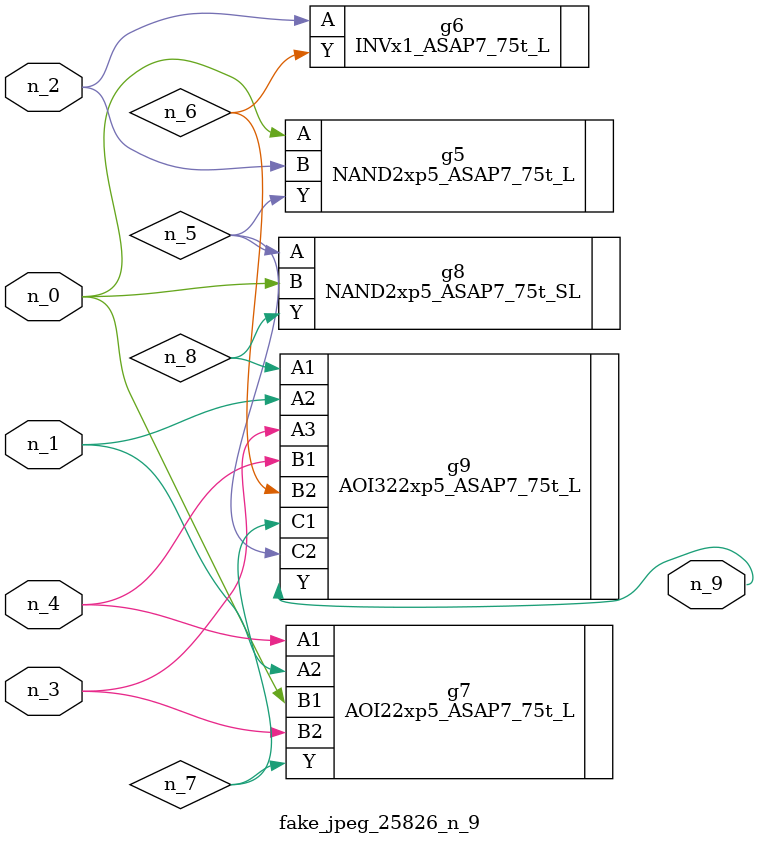
<source format=v>
module fake_jpeg_25826_n_9 (n_3, n_2, n_1, n_0, n_4, n_9);

input n_3;
input n_2;
input n_1;
input n_0;
input n_4;

output n_9;

wire n_8;
wire n_6;
wire n_5;
wire n_7;

NAND2xp5_ASAP7_75t_L g5 ( 
.A(n_0),
.B(n_2),
.Y(n_5)
);

INVx1_ASAP7_75t_L g6 ( 
.A(n_2),
.Y(n_6)
);

AOI22xp5_ASAP7_75t_L g7 ( 
.A1(n_4),
.A2(n_1),
.B1(n_0),
.B2(n_3),
.Y(n_7)
);

NAND2xp5_ASAP7_75t_SL g8 ( 
.A(n_5),
.B(n_0),
.Y(n_8)
);

AOI322xp5_ASAP7_75t_L g9 ( 
.A1(n_8),
.A2(n_1),
.A3(n_3),
.B1(n_4),
.B2(n_6),
.C1(n_7),
.C2(n_5),
.Y(n_9)
);


endmodule
</source>
